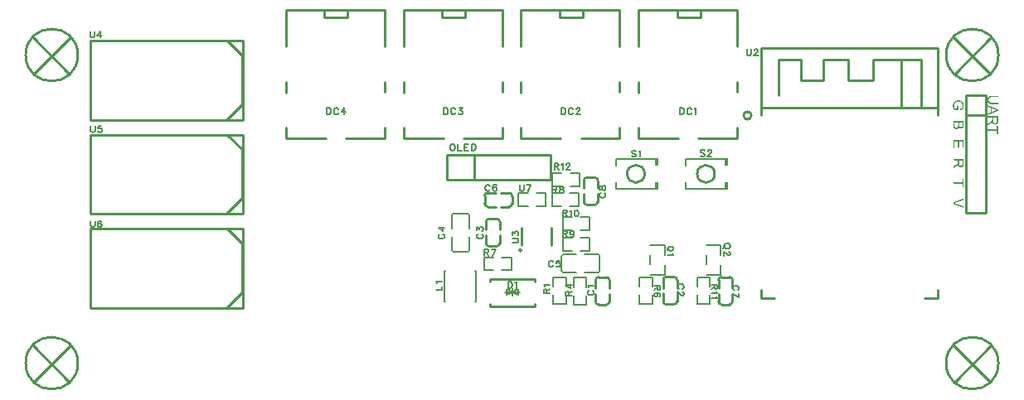
<source format=gto>
G04 Layer: TopSilkscreenLayer*
G04 EasyEDA Pro v2.2.23.6, 2024-08-03 20:46:29*
G04 Gerber Generator version 0.3*
G04 Scale: 100 percent, Rotated: No, Reflected: No*
G04 Dimensions in millimeters*
G04 Leading zeros omitted, absolute positions, 3 integers and 5 decimals*
%FSLAX35Y35*%
%MOMM*%
%ADD10C,0.1524*%
%ADD11C,0.254*%
%ADD12C,0.127*%
G75*


G04 Text Start*
G54D10*
G01X6712607Y2909228D02*
G01X6712607Y2844204D01*
G01X6712607Y2909228D02*
G01X6734197Y2909228D01*
G01X6743595Y2906180D01*
G01X6749691Y2900084D01*
G01X6752739Y2893734D01*
G01X6756041Y2884590D01*
G01X6756041Y2869096D01*
G01X6752739Y2859698D01*
G01X6749691Y2853602D01*
G01X6743595Y2847252D01*
G01X6734197Y2844204D01*
G01X6712607Y2844204D01*
G01X6832495Y2893734D02*
G01X6829447Y2900084D01*
G01X6823351Y2906180D01*
G01X6817001Y2909228D01*
G01X6804809Y2909228D01*
G01X6798459Y2906180D01*
G01X6792363Y2900084D01*
G01X6789315Y2893734D01*
G01X6786267Y2884590D01*
G01X6786267Y2869096D01*
G01X6789315Y2859698D01*
G01X6792363Y2853602D01*
G01X6798459Y2847252D01*
G01X6804809Y2844204D01*
G01X6817001Y2844204D01*
G01X6823351Y2847252D01*
G01X6829447Y2853602D01*
G01X6832495Y2859698D01*
G01X6862721Y2896782D02*
G01X6868817Y2900084D01*
G01X6877961Y2909228D01*
G01X6877961Y2844204D01*
G01X5502609Y2909228D02*
G01X5502609Y2844204D01*
G01X5502609Y2909228D02*
G01X5524199Y2909228D01*
G01X5533597Y2906180D01*
G01X5539693Y2900084D01*
G01X5542741Y2893734D01*
G01X5546043Y2884590D01*
G01X5546043Y2869096D01*
G01X5542741Y2859698D01*
G01X5539693Y2853602D01*
G01X5533597Y2847252D01*
G01X5524199Y2844204D01*
G01X5502609Y2844204D01*
G01X5622497Y2893734D02*
G01X5619449Y2900084D01*
G01X5613353Y2906180D01*
G01X5607003Y2909228D01*
G01X5594811Y2909228D01*
G01X5588461Y2906180D01*
G01X5582365Y2900084D01*
G01X5579317Y2893734D01*
G01X5576269Y2884590D01*
G01X5576269Y2869096D01*
G01X5579317Y2859698D01*
G01X5582365Y2853602D01*
G01X5588461Y2847252D01*
G01X5594811Y2844204D01*
G01X5607003Y2844204D01*
G01X5613353Y2847252D01*
G01X5619449Y2853602D01*
G01X5622497Y2859698D01*
G01X5655771Y2893734D02*
G01X5655771Y2896782D01*
G01X5658819Y2903132D01*
G01X5661867Y2906180D01*
G01X5667963Y2909228D01*
G01X5680409Y2909228D01*
G01X5686759Y2906180D01*
G01X5689807Y2903132D01*
G01X5692855Y2896782D01*
G01X5692855Y2890686D01*
G01X5689807Y2884590D01*
G01X5683457Y2875192D01*
G01X5652723Y2844204D01*
G01X5695903Y2844204D01*
G01X4302611Y2909228D02*
G01X4302611Y2844204D01*
G01X4302611Y2909228D02*
G01X4324201Y2909228D01*
G01X4333599Y2906180D01*
G01X4339695Y2900084D01*
G01X4342743Y2893734D01*
G01X4346045Y2884590D01*
G01X4346045Y2869096D01*
G01X4342743Y2859698D01*
G01X4339695Y2853602D01*
G01X4333599Y2847252D01*
G01X4324201Y2844204D01*
G01X4302611Y2844204D01*
G01X4422499Y2893734D02*
G01X4419451Y2900084D01*
G01X4413355Y2906180D01*
G01X4407005Y2909228D01*
G01X4394813Y2909228D01*
G01X4388463Y2906180D01*
G01X4382367Y2900084D01*
G01X4379319Y2893734D01*
G01X4376271Y2884590D01*
G01X4376271Y2869096D01*
G01X4379319Y2859698D01*
G01X4382367Y2853602D01*
G01X4388463Y2847252D01*
G01X4394813Y2844204D01*
G01X4407005Y2844204D01*
G01X4413355Y2847252D01*
G01X4419451Y2853602D01*
G01X4422499Y2859698D01*
G01X4458821Y2909228D02*
G01X4492857Y2909228D01*
G01X4474315Y2884590D01*
G01X4483459Y2884590D01*
G01X4489809Y2881542D01*
G01X4492857Y2878240D01*
G01X4495905Y2869096D01*
G01X4495905Y2862746D01*
G01X4492857Y2853602D01*
G01X4486761Y2847252D01*
G01X4477363Y2844204D01*
G01X4467965Y2844204D01*
G01X4458821Y2847252D01*
G01X4455773Y2850554D01*
G01X4452725Y2856650D01*
G01X6514221Y1092378D02*
G01X6449197Y1092378D01*
G01X6514221Y1092378D02*
G01X6514221Y1064438D01*
G01X6511173Y1055294D01*
G01X6508125Y1052246D01*
G01X6501775Y1048944D01*
G01X6495679Y1048944D01*
G01X6489583Y1052246D01*
G01X6486535Y1055294D01*
G01X6483233Y1064438D01*
G01X6483233Y1092378D01*
G01X6483233Y1070788D02*
G01X6449197Y1048944D01*
G01X6505077Y981634D02*
G01X6511173Y984682D01*
G01X6514221Y994080D01*
G01X6514221Y1000176D01*
G01X6511173Y1009574D01*
G01X6501775Y1015670D01*
G01X6486535Y1018718D01*
G01X6471041Y1018718D01*
G01X6458595Y1015670D01*
G01X6452245Y1009574D01*
G01X6449197Y1000176D01*
G01X6449197Y997128D01*
G01X6452245Y987984D01*
G01X6458595Y981634D01*
G01X6467739Y978586D01*
G01X6471041Y978586D01*
G01X6480185Y981634D01*
G01X6486535Y987984D01*
G01X6489583Y997128D01*
G01X6489583Y1000176D01*
G01X6486535Y1009574D01*
G01X6480185Y1015670D01*
G01X6471041Y1018718D01*
G01X6646775Y1476375D02*
G01X6644235Y1481709D01*
G01X6638901Y1487043D01*
G01X6633567Y1489837D01*
G01X6625693Y1492377D01*
G01X6612231Y1492377D01*
G01X6604357Y1489837D01*
G01X6599023Y1487043D01*
G01X6593689Y1481709D01*
G01X6591149Y1476375D01*
G01X6591149Y1465961D01*
G01X6593689Y1460627D01*
G01X6599023Y1455293D01*
G01X6604357Y1452753D01*
G01X6612231Y1449959D01*
G01X6625693Y1449959D01*
G01X6633567Y1452753D01*
G01X6638901Y1455293D01*
G01X6644235Y1460627D01*
G01X6646775Y1465961D01*
G01X6646775Y1476375D01*
G01X6601817Y1468501D02*
G01X6585815Y1452753D01*
G01X6636107Y1422019D02*
G01X6638901Y1416685D01*
G01X6646775Y1408811D01*
G01X6591149Y1408811D01*
G01X5000871Y1531371D02*
G01X5047353Y1531371D01*
G01X5056497Y1534419D01*
G01X5062847Y1540769D01*
G01X5065895Y1549913D01*
G01X5065895Y1556263D01*
G01X5062847Y1565407D01*
G01X5056497Y1571503D01*
G01X5047353Y1574805D01*
G01X5000871Y1574805D01*
G01X5000871Y1611127D02*
G01X5000871Y1645163D01*
G01X5025509Y1626621D01*
G01X5025509Y1635765D01*
G01X5028557Y1642115D01*
G01X5031859Y1645163D01*
G01X5041003Y1648211D01*
G01X5047353Y1648211D01*
G01X5056497Y1645163D01*
G01X5062847Y1639067D01*
G01X5065895Y1629669D01*
G01X5065895Y1620271D01*
G01X5062847Y1611127D01*
G01X5059545Y1608079D01*
G01X5053449Y1605031D01*
G01X5419091Y1333737D02*
G01X5416043Y1340087D01*
G01X5409693Y1346183D01*
G01X5403597Y1349231D01*
G01X5391151Y1349231D01*
G01X5385055Y1346183D01*
G01X5378705Y1340087D01*
G01X5375657Y1333737D01*
G01X5372609Y1324593D01*
G01X5372609Y1309099D01*
G01X5375657Y1299701D01*
G01X5378705Y1293605D01*
G01X5385055Y1287255D01*
G01X5391151Y1284207D01*
G01X5403597Y1284207D01*
G01X5409693Y1287255D01*
G01X5416043Y1293605D01*
G01X5419091Y1299701D01*
G01X5486401Y1349231D02*
G01X5455413Y1349231D01*
G01X5452365Y1321545D01*
G01X5455413Y1324593D01*
G01X5464557Y1327641D01*
G01X5473955Y1327641D01*
G01X5483353Y1324593D01*
G01X5489449Y1318243D01*
G01X5492497Y1309099D01*
G01X5492497Y1302749D01*
G01X5489449Y1293605D01*
G01X5483353Y1287255D01*
G01X5473955Y1284207D01*
G01X5464557Y1284207D01*
G01X5455413Y1287255D01*
G01X5452365Y1290557D01*
G01X5449317Y1296653D01*
G01X4717611Y1464231D02*
G01X4717611Y1399207D01*
G01X4717611Y1464231D02*
G01X4745551Y1464231D01*
G01X4754695Y1461183D01*
G01X4757743Y1458135D01*
G01X4761045Y1451785D01*
G01X4761045Y1445689D01*
G01X4757743Y1439593D01*
G01X4754695Y1436545D01*
G01X4745551Y1433243D01*
G01X4717611Y1433243D01*
G01X4739201Y1433243D02*
G01X4761045Y1399207D01*
G01X4834451Y1464231D02*
G01X4803463Y1399207D01*
G01X4791271Y1464231D02*
G01X4834451Y1464231D01*
G01X5517609Y1654231D02*
G01X5517609Y1589207D01*
G01X5517609Y1654231D02*
G01X5545549Y1654231D01*
G01X5554693Y1651183D01*
G01X5557741Y1648135D01*
G01X5561043Y1641785D01*
G01X5561043Y1635689D01*
G01X5557741Y1629593D01*
G01X5554693Y1626545D01*
G01X5545549Y1623243D01*
G01X5517609Y1623243D01*
G01X5539199Y1623243D02*
G01X5561043Y1589207D01*
G01X5631401Y1632641D02*
G01X5628353Y1623243D01*
G01X5622003Y1617147D01*
G01X5612859Y1614099D01*
G01X5609811Y1614099D01*
G01X5600413Y1617147D01*
G01X5594317Y1623243D01*
G01X5591269Y1632641D01*
G01X5591269Y1635689D01*
G01X5594317Y1645087D01*
G01X5600413Y1651183D01*
G01X5609811Y1654231D01*
G01X5612859Y1654231D01*
G01X5622003Y1651183D01*
G01X5628353Y1645087D01*
G01X5631401Y1632641D01*
G01X5631401Y1617147D01*
G01X5628353Y1601653D01*
G01X5622003Y1592255D01*
G01X5612859Y1589207D01*
G01X5606509Y1589207D01*
G01X5597365Y1592255D01*
G01X5594317Y1598605D01*
G01X5412609Y2104230D02*
G01X5412609Y2039206D01*
G01X5412609Y2104230D02*
G01X5440549Y2104230D01*
G01X5449693Y2101182D01*
G01X5452741Y2098134D01*
G01X5456043Y2091784D01*
G01X5456043Y2085688D01*
G01X5452741Y2079592D01*
G01X5449693Y2076544D01*
G01X5440549Y2073242D01*
G01X5412609Y2073242D01*
G01X5434199Y2073242D02*
G01X5456043Y2039206D01*
G01X5501509Y2104230D02*
G01X5492365Y2101182D01*
G01X5489317Y2095086D01*
G01X5489317Y2088736D01*
G01X5492365Y2082640D01*
G01X5498461Y2079592D01*
G01X5510907Y2076544D01*
G01X5520305Y2073242D01*
G01X5526401Y2067146D01*
G01X5529449Y2061050D01*
G01X5529449Y2051652D01*
G01X5526401Y2045556D01*
G01X5523353Y2042254D01*
G01X5513955Y2039206D01*
G01X5501509Y2039206D01*
G01X5492365Y2042254D01*
G01X5489317Y2045556D01*
G01X5486269Y2051652D01*
G01X5486269Y2061050D01*
G01X5489317Y2067146D01*
G01X5495413Y2073242D01*
G01X5504811Y2076544D01*
G01X5517003Y2079592D01*
G01X5523353Y2082640D01*
G01X5526401Y2088736D01*
G01X5526401Y2095086D01*
G01X5523353Y2101182D01*
G01X5513955Y2104230D01*
G01X5501509Y2104230D01*
G01X5517609Y1864230D02*
G01X5517609Y1799206D01*
G01X5517609Y1864230D02*
G01X5545549Y1864230D01*
G01X5554693Y1861182D01*
G01X5557741Y1858134D01*
G01X5561043Y1851784D01*
G01X5561043Y1845688D01*
G01X5557741Y1839592D01*
G01X5554693Y1836544D01*
G01X5545549Y1833242D01*
G01X5517609Y1833242D01*
G01X5539199Y1833242D02*
G01X5561043Y1799206D01*
G01X5591269Y1851784D02*
G01X5597365Y1855086D01*
G01X5606509Y1864230D01*
G01X5606509Y1799206D01*
G01X5655277Y1864230D02*
G01X5645879Y1861182D01*
G01X5639783Y1851784D01*
G01X5636735Y1836544D01*
G01X5636735Y1827146D01*
G01X5639783Y1811652D01*
G01X5645879Y1802254D01*
G01X5655277Y1799206D01*
G01X5661373Y1799206D01*
G01X5670771Y1802254D01*
G01X5676867Y1811652D01*
G01X5679915Y1827146D01*
G01X5679915Y1836544D01*
G01X5676867Y1851784D01*
G01X5670771Y1861182D01*
G01X5661373Y1864230D01*
G01X5655277Y1864230D01*
G01X4774093Y2108713D02*
G01X4771045Y2115063D01*
G01X4764695Y2121159D01*
G01X4758599Y2124207D01*
G01X4746153Y2124207D01*
G01X4740057Y2121159D01*
G01X4733707Y2115063D01*
G01X4730659Y2108713D01*
G01X4727611Y2099569D01*
G01X4727611Y2084075D01*
G01X4730659Y2074677D01*
G01X4733707Y2068581D01*
G01X4740057Y2062231D01*
G01X4746153Y2059183D01*
G01X4758599Y2059183D01*
G01X4764695Y2062231D01*
G01X4771045Y2068581D01*
G01X4774093Y2074677D01*
G01X4841403Y2115063D02*
G01X4838355Y2121159D01*
G01X4828957Y2124207D01*
G01X4822861Y2124207D01*
G01X4813463Y2121159D01*
G01X4807367Y2111761D01*
G01X4804319Y2096521D01*
G01X4804319Y2081027D01*
G01X4807367Y2068581D01*
G01X4813463Y2062231D01*
G01X4822861Y2059183D01*
G01X4825909Y2059183D01*
G01X4835053Y2062231D01*
G01X4841403Y2068581D01*
G01X4844451Y2077725D01*
G01X4844451Y2081027D01*
G01X4841403Y2090171D01*
G01X4835053Y2096521D01*
G01X4825909Y2099569D01*
G01X4822861Y2099569D01*
G01X4813463Y2096521D01*
G01X4807367Y2090171D01*
G01X4804319Y2081027D01*
G01X4222963Y1048723D02*
G01X4287987Y1048723D01*
G01X4287987Y1048723D02*
G01X4287987Y1085807D01*
G01X4235409Y1116033D02*
G01X4232107Y1122129D01*
G01X4222963Y1131273D01*
G01X4287987Y1131273D01*
G01X4656248Y1619401D02*
G01X4649898Y1616353D01*
G01X4643802Y1610003D01*
G01X4640754Y1603907D01*
G01X4640754Y1591461D01*
G01X4643802Y1585365D01*
G01X4649898Y1579015D01*
G01X4656248Y1575967D01*
G01X4665392Y1572919D01*
G01X4680886Y1572919D01*
G01X4690284Y1575967D01*
G01X4696380Y1579015D01*
G01X4702730Y1585365D01*
G01X4705778Y1591461D01*
G01X4705778Y1603907D01*
G01X4702730Y1610003D01*
G01X4696380Y1616353D01*
G01X4690284Y1619401D01*
G01X4640754Y1655723D02*
G01X4640754Y1689759D01*
G01X4665392Y1671217D01*
G01X4665392Y1680361D01*
G01X4668440Y1686711D01*
G01X4671742Y1689759D01*
G01X4680886Y1692807D01*
G01X4687236Y1692807D01*
G01X4696380Y1689759D01*
G01X4702730Y1683663D01*
G01X4705778Y1674265D01*
G01X4705778Y1664867D01*
G01X4702730Y1655723D01*
G01X4699428Y1652675D01*
G01X4693332Y1649627D01*
G01X7397605Y3509227D02*
G01X7397605Y3462745D01*
G01X7400653Y3453601D01*
G01X7407003Y3447251D01*
G01X7416147Y3444203D01*
G01X7422497Y3444203D01*
G01X7431641Y3447251D01*
G01X7437737Y3453601D01*
G01X7441039Y3462745D01*
G01X7441039Y3509227D01*
G01X7474313Y3493733D02*
G01X7474313Y3496781D01*
G01X7477361Y3503131D01*
G01X7480409Y3506179D01*
G01X7486505Y3509227D01*
G01X7498951Y3509227D01*
G01X7505301Y3506179D01*
G01X7508349Y3503131D01*
G01X7511397Y3496781D01*
G01X7511397Y3490685D01*
G01X7508349Y3484589D01*
G01X7501999Y3475191D01*
G01X7471265Y3444203D01*
G01X7514445Y3444203D01*
G01X5787051Y1044973D02*
G01X5780701Y1041925D01*
G01X5774605Y1035575D01*
G01X5771557Y1029479D01*
G01X5771557Y1017033D01*
G01X5774605Y1010937D01*
G01X5780701Y1004587D01*
G01X5787051Y1001539D01*
G01X5796195Y998491D01*
G01X5811689Y998491D01*
G01X5821087Y1001539D01*
G01X5827183Y1004587D01*
G01X5833533Y1010937D01*
G01X5836581Y1017033D01*
G01X5836581Y1029479D01*
G01X5833533Y1035575D01*
G01X5827183Y1041925D01*
G01X5821087Y1044973D01*
G01X5784003Y1075199D02*
G01X5780701Y1081295D01*
G01X5771557Y1090439D01*
G01X5836581Y1090439D01*
G01X5549955Y991818D02*
G01X5614979Y991818D01*
G01X5549955Y991818D02*
G01X5549955Y1019758D01*
G01X5553003Y1028902D01*
G01X5556051Y1031950D01*
G01X5562401Y1035252D01*
G01X5568497Y1035252D01*
G01X5574593Y1031950D01*
G01X5577641Y1028902D01*
G01X5580943Y1019758D01*
G01X5580943Y991818D01*
G01X5580943Y1013408D02*
G01X5614979Y1035252D01*
G01X5549955Y1096212D02*
G01X5593135Y1065478D01*
G01X5593135Y1111706D01*
G01X5549955Y1096212D02*
G01X5614979Y1096212D01*
G01X5323583Y1011191D02*
G01X5388607Y1011191D01*
G01X5323583Y1011191D02*
G01X5323583Y1039131D01*
G01X5326631Y1048275D01*
G01X5329679Y1051323D01*
G01X5336029Y1054625D01*
G01X5342125Y1054625D01*
G01X5348221Y1051323D01*
G01X5351269Y1048275D01*
G01X5354571Y1039131D01*
G01X5354571Y1011191D01*
G01X5354571Y1032781D02*
G01X5388607Y1054625D01*
G01X5336029Y1084851D02*
G01X5332727Y1090947D01*
G01X5323583Y1100091D01*
G01X5388607Y1100091D01*
G01X692619Y3694227D02*
G01X692619Y3647745D01*
G01X695667Y3638601D01*
G01X702017Y3632251D01*
G01X711161Y3629203D01*
G01X717511Y3629203D01*
G01X726655Y3632251D01*
G01X732751Y3638601D01*
G01X736053Y3647745D01*
G01X736053Y3694227D01*
G01X797013Y3694227D02*
G01X766279Y3651047D01*
G01X812507Y3651047D01*
G01X797013Y3694227D02*
G01X797013Y3629203D01*
G01X697619Y2724229D02*
G01X697619Y2677747D01*
G01X700667Y2668603D01*
G01X707017Y2662253D01*
G01X716161Y2659205D01*
G01X722511Y2659205D01*
G01X731655Y2662253D01*
G01X737751Y2668603D01*
G01X741053Y2677747D01*
G01X741053Y2724229D01*
G01X808363Y2724229D02*
G01X777375Y2724229D01*
G01X774327Y2696543D01*
G01X777375Y2699591D01*
G01X786519Y2702639D01*
G01X795917Y2702639D01*
G01X805315Y2699591D01*
G01X811411Y2693241D01*
G01X814459Y2684097D01*
G01X814459Y2677747D01*
G01X811411Y2668603D01*
G01X805315Y2662253D01*
G01X795917Y2659205D01*
G01X786519Y2659205D01*
G01X777375Y2662253D01*
G01X774327Y2665555D01*
G01X771279Y2671651D01*
G01X697619Y1754231D02*
G01X697619Y1707749D01*
G01X700667Y1698605D01*
G01X707017Y1692255D01*
G01X716161Y1689207D01*
G01X722511Y1689207D01*
G01X731655Y1692255D01*
G01X737751Y1698605D01*
G01X741053Y1707749D01*
G01X741053Y1754231D01*
G01X808363Y1745087D02*
G01X805315Y1751183D01*
G01X795917Y1754231D01*
G01X789821Y1754231D01*
G01X780423Y1751183D01*
G01X774327Y1741785D01*
G01X771279Y1726545D01*
G01X771279Y1711051D01*
G01X774327Y1698605D01*
G01X780423Y1692255D01*
G01X789821Y1689207D01*
G01X792869Y1689207D01*
G01X802013Y1692255D01*
G01X808363Y1698605D01*
G01X811411Y1707749D01*
G01X811411Y1711051D01*
G01X808363Y1720195D01*
G01X802013Y1726545D01*
G01X792869Y1729593D01*
G01X789821Y1729593D01*
G01X780423Y1726545D01*
G01X774327Y1720195D01*
G01X771279Y1711051D01*
G01X4386153Y2539229D02*
G01X4380057Y2536181D01*
G01X4373707Y2530085D01*
G01X4370659Y2523735D01*
G01X4367611Y2514591D01*
G01X4367611Y2499097D01*
G01X4370659Y2489699D01*
G01X4373707Y2483603D01*
G01X4380057Y2477253D01*
G01X4386153Y2474205D01*
G01X4398599Y2474205D01*
G01X4404695Y2477253D01*
G01X4411045Y2483603D01*
G01X4414093Y2489699D01*
G01X4417141Y2499097D01*
G01X4417141Y2514591D01*
G01X4414093Y2523735D01*
G01X4411045Y2530085D01*
G01X4404695Y2536181D01*
G01X4398599Y2539229D01*
G01X4386153Y2539229D01*
G01X4447367Y2539229D02*
G01X4447367Y2474205D01*
G01X4447367Y2474205D02*
G01X4484451Y2474205D01*
G01X4514677Y2539229D02*
G01X4514677Y2474205D01*
G01X4514677Y2539229D02*
G01X4554809Y2539229D01*
G01X4514677Y2508241D02*
G01X4539315Y2508241D01*
G01X4514677Y2474205D02*
G01X4554809Y2474205D01*
G01X4585035Y2539229D02*
G01X4585035Y2474205D01*
G01X4585035Y2539229D02*
G01X4606625Y2539229D01*
G01X4615769Y2536181D01*
G01X4622119Y2530085D01*
G01X4625167Y2523735D01*
G01X4628215Y2514591D01*
G01X4628215Y2499097D01*
G01X4625167Y2489699D01*
G01X4622119Y2483603D01*
G01X4615769Y2477253D01*
G01X4606625Y2474205D01*
G01X4585035Y2474205D01*
G01X7303726Y1045896D02*
G01X7310076Y1048944D01*
G01X7316172Y1055294D01*
G01X7319220Y1061390D01*
G01X7319220Y1073836D01*
G01X7316172Y1079932D01*
G01X7310076Y1086282D01*
G01X7303726Y1089330D01*
G01X7294582Y1092378D01*
G01X7279088Y1092378D01*
G01X7269690Y1089330D01*
G01X7263594Y1086282D01*
G01X7257244Y1079932D01*
G01X7254196Y1073836D01*
G01X7254196Y1061390D01*
G01X7257244Y1055294D01*
G01X7263594Y1048944D01*
G01X7269690Y1045896D01*
G01X7319220Y972490D02*
G01X7254196Y1003478D01*
G01X7319220Y1015670D02*
G01X7319220Y972490D01*
G01X7099220Y1102378D02*
G01X7034196Y1102378D01*
G01X7099220Y1102378D02*
G01X7099220Y1074438D01*
G01X7096172Y1065294D01*
G01X7093124Y1062246D01*
G01X7086774Y1058944D01*
G01X7080678Y1058944D01*
G01X7074582Y1062246D01*
G01X7071534Y1065294D01*
G01X7068232Y1074438D01*
G01X7068232Y1102378D01*
G01X7068232Y1080788D02*
G01X7034196Y1058944D01*
G01X7086774Y1028718D02*
G01X7090076Y1022622D01*
G01X7099220Y1013478D01*
G01X7034196Y1013478D01*
G01X7086774Y983252D02*
G01X7090076Y977156D01*
G01X7099220Y968012D01*
G01X7034196Y968012D01*
G01X4262347Y1620011D02*
G01X4255997Y1616963D01*
G01X4249901Y1610613D01*
G01X4246853Y1604517D01*
G01X4246853Y1592071D01*
G01X4249901Y1585975D01*
G01X4255997Y1579625D01*
G01X4262347Y1576577D01*
G01X4271491Y1573529D01*
G01X4286985Y1573529D01*
G01X4296383Y1576577D01*
G01X4302479Y1579625D01*
G01X4308829Y1585975D01*
G01X4311877Y1592071D01*
G01X4311877Y1604517D01*
G01X4308829Y1610613D01*
G01X4302479Y1616963D01*
G01X4296383Y1620011D01*
G01X4246853Y1680971D02*
G01X4290033Y1650237D01*
G01X4290033Y1696465D01*
G01X4246853Y1680971D02*
G01X4311877Y1680971D01*
G36*
G01X9951153Y2727322D02*
G01X9963426Y2727322D01*
G01X9963426Y2642323D01*
G01X9950699Y2642323D01*
G01X9950699Y2677777D01*
G01X9856153Y2677777D01*
G01X9856153Y2691868D01*
G01X9950699Y2691868D01*
G01X9950699Y2708459D01*
G01X9950926Y2726186D01*
G01X9951153Y2727322D01*
G37*
G36*
G01X9860017Y2732550D02*
G01X9858199Y2731413D01*
G01X9856835Y2730732D01*
G01X9856324Y2732720D01*
G01X9856153Y2739141D01*
G01X9856153Y2747777D01*
G01X9857290Y2748459D01*
G01X9859335Y2749823D01*
G01X9862971Y2752095D01*
G01X9865017Y2753459D01*
G01X9867290Y2754823D01*
G01X9869335Y2756186D01*
G01X9872971Y2758459D01*
G01X9875017Y2759823D01*
G01X9878653Y2762095D01*
G01X9886835Y2767550D01*
G01X9889108Y2769141D01*
G01X9890926Y2770504D01*
G01X9892062Y2771413D01*
G01X9893199Y2772095D01*
G01X9896608Y2774822D01*
G01X9898881Y2777095D01*
G01X9900244Y2778913D01*
G01X9901608Y2781186D01*
G01X9902517Y2783232D01*
G01X9903199Y2785277D01*
G01X9903653Y2787095D01*
G01X9903752Y2792323D01*
G01X9916153Y2792323D01*
G01X9916380Y2773913D01*
G01X9916835Y2770277D01*
G01X9917290Y2767777D01*
G01X9917972Y2765050D01*
G01X9918881Y2763004D01*
G01X9920017Y2760959D01*
G01X9921153Y2759368D01*
G01X9922517Y2757777D01*
G01X9924108Y2756413D01*
G01X9925471Y2755504D01*
G01X9927062Y2754823D01*
G01X9928881Y2754141D01*
G01X9928881Y2754141D01*
G01X9930926Y2753686D01*
G01X9932744Y2753459D01*
G01X9934108Y2753459D01*
G01X9937744Y2753913D01*
G01X9939790Y2754368D01*
G01X9941608Y2755050D01*
G01X9942971Y2755732D01*
G01X9944335Y2756641D01*
G01X9945471Y2757777D01*
G01X9946835Y2758913D01*
G01X9947971Y2760277D01*
G01X9948881Y2761641D01*
G01X9949562Y2763231D01*
G01X9950244Y2765050D01*
G01X9950926Y2767550D01*
G01X9951380Y2769823D01*
G01X9951608Y2790504D01*
G01X9951608Y2810504D01*
G01X9934108Y2810504D01*
G01X9916380Y2810277D01*
G01X9916153Y2792323D01*
G01X9903752Y2792323D01*
G01X9903881Y2799141D01*
G01X9903881Y2810504D01*
G01X9856153Y2810504D01*
G01X9856153Y2824595D01*
G01X9963426Y2824595D01*
G01X9963426Y2797777D01*
G01X9963199Y2770277D01*
G01X9962971Y2768459D01*
G01X9962744Y2765277D01*
G01X9962290Y2762550D01*
G01X9961835Y2760277D01*
G01X9961153Y2757322D01*
G01X9960244Y2755050D01*
G01X9959335Y2753004D01*
G01X9957971Y2750732D01*
G01X9956608Y2748913D01*
G01X9952744Y2745050D01*
G01X9950471Y2743459D01*
G01X9948653Y2742322D01*
G01X9946608Y2741413D01*
G01X9944335Y2740504D01*
G01X9942062Y2739823D01*
G01X9940017Y2739368D01*
G01X9935471Y2738913D01*
G01X9934108Y2738913D01*
G01X9932062Y2739141D01*
G01X9929562Y2739368D01*
G01X9927744Y2739823D01*
G01X9925699Y2740277D01*
G01X9923653Y2740959D01*
G01X9919562Y2743004D01*
G01X9917972Y2744141D01*
G01X9916835Y2744823D01*
G01X9915699Y2745732D01*
G01X9912972Y2748459D01*
G01X9911608Y2750277D01*
G01X9909335Y2753913D01*
G01X9908426Y2755959D01*
G01X9907517Y2758459D01*
G01X9906835Y2760277D01*
G01X9905926Y2763913D01*
G01X9905471Y2766413D01*
G01X9904790Y2768459D01*
G01X9904335Y2768345D01*
G01X9903881Y2767550D01*
G01X9902971Y2765732D01*
G01X9901835Y2763913D01*
G01X9900244Y2761641D01*
G01X9898881Y2759823D01*
G01X9896608Y2757550D01*
G01X9894335Y2755732D01*
G01X9892744Y2754141D01*
G01X9889108Y2751413D01*
G01X9886835Y2749823D01*
G01X9882744Y2747095D01*
G01X9879108Y2744823D01*
G01X9877062Y2743459D01*
G01X9873426Y2741186D01*
G01X9871381Y2739823D01*
G01X9867744Y2737550D01*
G01X9865699Y2736186D01*
G01X9862062Y2733914D01*
G01X9860017Y2732550D01*
G37*
G36*
G01X9857062Y2836641D02*
G01X9856153Y2836413D01*
G01X9856153Y2852322D01*
G01X9861835Y2854595D01*
G01X9864335Y2855504D01*
G01X9868880Y2857322D01*
G01X9871381Y2858232D01*
G01X9873653Y2859141D01*
G01X9876153Y2860050D01*
G01X9878426Y2860959D01*
G01X9883880Y2863004D01*
G01X9885471Y2863686D01*
G01X9887517Y2864368D01*
G01X9888880Y2864595D01*
G01X9888880Y2887550D01*
G01X9900244Y2887550D01*
G01X9900699Y2869823D01*
G01X9902290Y2870050D01*
G01X9904790Y2870959D01*
G01X9907062Y2871868D01*
G01X9925244Y2878686D01*
G01X9927517Y2879595D01*
G01X9932517Y2881413D01*
G01X9934790Y2882322D01*
G01X9936835Y2883004D01*
G01X9940471Y2884368D01*
G01X9946608Y2886413D01*
G01X9948881Y2887095D01*
G01X9950926Y2887777D01*
G01X9951153Y2888231D01*
G01X9950471Y2888686D01*
G01X9948199Y2889368D01*
G01X9946380Y2889823D01*
G01X9944108Y2890277D01*
G01X9941608Y2890959D01*
G01X9929335Y2895050D01*
G01X9903881Y2904595D01*
G01X9901835Y2905277D01*
G01X9900471Y2905277D01*
G01X9900244Y2887550D01*
G01X9900244Y2887550D01*
G01X9888880Y2887550D01*
G01X9888880Y2910050D01*
G01X9887517Y2910504D01*
G01X9872517Y2915959D01*
G01X9869790Y2916868D01*
G01X9867517Y2917777D01*
G01X9865472Y2918459D01*
G01X9861835Y2919822D01*
G01X9859790Y2920504D01*
G01X9857517Y2921413D01*
G01X9856153Y2921868D01*
G01X9856153Y2929141D01*
G01X9856381Y2936413D01*
G01X9859790Y2935050D01*
G01X9862290Y2934141D01*
G01X9864562Y2933232D01*
G01X9867062Y2932323D01*
G01X9871608Y2930504D01*
G01X9874108Y2929595D01*
G01X9876381Y2928686D01*
G01X9878880Y2927777D01*
G01X9883426Y2925959D01*
G01X9885926Y2925050D01*
G01X9888199Y2924141D01*
G01X9890699Y2923232D01*
G01X9895244Y2921413D01*
G01X9897744Y2920504D01*
G01X9900017Y2919595D01*
G01X9902517Y2918686D01*
G01X9907062Y2916868D01*
G01X9909562Y2915959D01*
G01X9911835Y2915050D01*
G01X9914335Y2914141D01*
G01X9918881Y2912322D01*
G01X9923881Y2910504D01*
G01X9928426Y2908686D01*
G01X9930926Y2907777D01*
G01X9933199Y2906868D01*
G01X9935699Y2905959D01*
G01X9940244Y2904141D01*
G01X9942744Y2903231D01*
G01X9945017Y2902322D01*
G01X9947517Y2901413D01*
G01X9949790Y2900504D01*
G01X9955244Y2898459D01*
G01X9956835Y2897777D01*
G01X9962290Y2895732D01*
G01X9963426Y2895504D01*
G01X9963426Y2880050D01*
G01X9962062Y2879595D01*
G01X9959790Y2878686D01*
G01X9957971Y2878004D01*
G01X9956380Y2877322D01*
G01X9954335Y2876413D01*
G01X9947517Y2873686D01*
G01X9945471Y2872777D01*
G01X9936380Y2869141D01*
G01X9934335Y2868232D01*
G01X9929790Y2866413D01*
G01X9927972Y2865732D01*
G01X9926380Y2865050D01*
G01X9924335Y2864141D01*
G01X9917517Y2861413D01*
G01X9915471Y2860504D01*
G01X9906380Y2856868D01*
G01X9904335Y2855959D01*
G01X9899790Y2854141D01*
G01X9897971Y2853459D01*
G01X9896381Y2852777D01*
G01X9894335Y2851868D01*
G01X9892062Y2850959D01*
G01X9890244Y2850277D01*
G01X9888653Y2849595D01*
G01X9886608Y2848686D01*
G01X9879789Y2845959D01*
G01X9877744Y2845050D01*
G01X9868653Y2841413D01*
G01X9866608Y2840504D01*
G01X9862062Y2838686D01*
G01X9860244Y2838004D01*
G01X9857062Y2836641D01*
G37*
G36*
G01X9963426Y2948686D02*
G01X9929108Y2948686D01*
G01X9894108Y2948913D01*
G01X9892517Y2949141D01*
G01X9889562Y2949368D01*
G01X9886381Y2949822D01*
G01X9883653Y2950277D01*
G01X9880471Y2950959D01*
G01X9877517Y2951868D01*
G01X9875471Y2952777D01*
G01X9873880Y2953459D01*
G01X9871835Y2954368D01*
G01X9869562Y2955959D01*
G01X9867744Y2957095D01*
G01X9866608Y2958004D01*
G01X9863880Y2960731D01*
G01X9862517Y2962550D01*
G01X9861381Y2964141D01*
G01X9860017Y2966186D01*
G01X9858880Y2968004D01*
G01X9857517Y2971186D01*
G01X9856835Y2973232D01*
G01X9856153Y2975504D01*
G01X9855472Y2978232D01*
G01X9855017Y2980731D01*
G01X9854562Y2985277D01*
G01X9854335Y2990732D01*
G01X9854562Y2995732D01*
G01X9854790Y2997322D01*
G01X9855017Y2999368D01*
G01X9855472Y3002095D01*
G01X9856153Y3005732D01*
G01X9857062Y3008686D01*
G01X9857971Y3011186D01*
G01X9858880Y3013459D01*
G01X9860017Y3015504D01*
G01X9861153Y3017322D01*
G01X9862062Y3018686D01*
G01X9862744Y3019823D01*
G01X9863653Y3020959D01*
G01X9866381Y3023686D01*
G01X9870017Y3026413D01*
G01X9872290Y3027777D01*
G01X9874108Y3028686D01*
G01X9875926Y3029368D01*
G01X9880017Y3030732D01*
G01X9881835Y3031186D01*
G01X9886835Y3032095D01*
G01X9890926Y3032550D01*
G01X9927517Y3032777D01*
G01X9963426Y3032777D01*
G01X9963426Y3018686D01*
G01X9928199Y3018686D01*
G01X9892290Y3018459D01*
G01X9890699Y3018231D01*
G01X9888199Y3018004D01*
G01X9883653Y3017095D01*
G01X9881381Y3016413D01*
G01X9876381Y3013913D01*
G01X9875244Y3013004D01*
G01X9872517Y3010277D01*
G01X9870926Y3008004D01*
G01X9869790Y3005732D01*
G01X9868880Y3003686D01*
G01X9868199Y3001641D01*
G01X9867744Y2999822D01*
G01X9867290Y2996641D01*
G01X9867062Y2992095D01*
G01X9867290Y2987550D01*
G01X9867744Y2983913D01*
G01X9867971Y2982322D01*
G01X9868426Y2980050D01*
G01X9869108Y2978004D01*
G01X9869562Y2976413D01*
G01X9870471Y2974368D01*
G01X9871835Y2972095D01*
G01X9873199Y2970504D01*
G01X9875471Y2968232D01*
G01X9876608Y2967322D01*
G01X9878199Y2966413D01*
G01X9880471Y2965504D01*
G01X9882290Y2964822D01*
G01X9885926Y2963913D01*
G01X9889108Y2963459D01*
G01X9893199Y2963004D01*
G01X9928653Y2962777D01*
G01X9963426Y2962777D01*
G01X9963426Y2948686D01*
G37*
G36*
G01X9502180Y2935841D02*
G01X9501953Y2931522D01*
G01X9502180Y2926750D01*
G01X9502635Y2922204D01*
G01X9503089Y2919022D01*
G01X9503999Y2914931D01*
G01X9505589Y2910159D01*
G01X9506498Y2907659D01*
G01X9507407Y2905386D01*
G01X9508317Y2903341D01*
G01X9509453Y2901295D01*
G01X9510589Y2899022D01*
G01X9511726Y2896977D01*
G01X9513089Y2894931D01*
G01X9514453Y2892659D01*
G01X9515589Y2891068D01*
G01X9516498Y2889931D01*
G01X9517635Y2888341D01*
G01X9518998Y2887204D01*
G01X9538998Y2886977D01*
G01X9558317Y2886977D01*
G01X9558317Y2931977D01*
G01X9546044Y2931977D01*
G01X9546044Y2900613D01*
G01X9525589Y2900613D01*
G01X9524908Y2901750D01*
G01X9523771Y2903341D01*
G01X9522862Y2904704D01*
G01X9521953Y2906295D01*
G01X9519226Y2911750D01*
G01X9518316Y2914022D01*
G01X9517407Y2916522D01*
G01X9516498Y2919477D01*
G01X9515817Y2922659D01*
G01X9515362Y2924931D01*
G01X9514908Y2928113D01*
G01X9514680Y2932432D01*
G01X9514908Y2936750D01*
G01X9515362Y2940386D01*
G01X9516271Y2944477D01*
G01X9516953Y2946522D01*
G01X9517862Y2949022D01*
G01X9518771Y2951068D01*
G01X9519680Y2952886D01*
G01X9520589Y2954477D01*
G01X9521726Y2956295D01*
G01X9523089Y2957886D01*
G01X9525362Y2960613D01*
G01X9527180Y2961977D01*
G01X9528771Y2963341D01*
G01X9530362Y2964477D01*
G01X9532635Y2965841D01*
G01X9534908Y2966977D01*
G01X9537180Y2967886D01*
G01X9538998Y2968568D01*
G01X9541271Y2969250D01*
G01X9543998Y2969932D01*
G01X9546271Y2970386D01*
G01X9549453Y2970841D01*
G01X9552862Y2971068D01*
G01X9554907Y2971295D01*
G01X9558544Y2971522D01*
G01X9562180Y2971295D01*
G01X9567180Y2970841D01*
G01X9570362Y2970386D01*
G01X9572635Y2969704D01*
G01X9575135Y2969023D01*
G01X9576953Y2968341D01*
G01X9578998Y2967659D01*
G01X9580817Y2966977D01*
G01X9582635Y2966068D01*
G01X9584226Y2965159D01*
G01X9585816Y2964023D01*
G01X9588089Y2962431D01*
G01X9590362Y2960613D01*
G01X9591953Y2958795D01*
G01X9593089Y2957431D01*
G01X9593998Y2956295D01*
G01X9594907Y2954704D01*
G01X9596044Y2952886D01*
G01X9596953Y2950841D01*
G01X9597862Y2949022D01*
G01X9598544Y2947204D01*
G01X9598998Y2945386D01*
G01X9599680Y2943113D01*
G01X9600135Y2940613D01*
G01X9600362Y2939022D01*
G01X9600817Y2933113D01*
G01X9601044Y2931522D01*
G01X9600817Y2929931D01*
G01X9600362Y2924931D01*
G01X9599907Y2922659D01*
G01X9599226Y2920159D01*
G01X9597862Y2916522D01*
G01X9596953Y2914704D01*
G01X9595817Y2912886D01*
G01X9594680Y2911295D01*
G01X9593317Y2909477D01*
G01X9591271Y2907659D01*
G01X9588089Y2905386D01*
G01X9585816Y2904250D01*
G01X9583771Y2903341D01*
G01X9581498Y2902432D01*
G01X9578998Y2901523D01*
G01X9578203Y2900784D01*
G01X9578089Y2899477D01*
G01X9580135Y2891977D01*
G01X9580817Y2889704D01*
G01X9581044Y2888341D01*
G01X9582408Y2888795D01*
G01X9584907Y2889477D01*
G01X9586953Y2890159D01*
G01X9589226Y2891068D01*
G01X9591271Y2891977D01*
G01X9593089Y2892886D01*
G01X9595362Y2894250D01*
G01X9597635Y2895841D01*
G01X9599226Y2897204D01*
G01X9601953Y2899931D01*
G01X9603317Y2901523D01*
G01X9604226Y2902659D01*
G01X9605135Y2904022D01*
G01X9606271Y2905841D01*
G01X9608317Y2909931D01*
G01X9609226Y2911977D01*
G01X9610135Y2914704D01*
G01X9611044Y2917659D01*
G01X9611726Y2921068D01*
G01X9612180Y2923568D01*
G01X9612635Y2927204D01*
G01X9612862Y2933113D01*
G01X9612635Y2939022D01*
G01X9612180Y2943113D01*
G01X9611726Y2945613D01*
G01X9611044Y2948341D01*
G01X9609680Y2952886D01*
G01X9608317Y2956522D01*
G01X9607408Y2958568D01*
G01X9606498Y2960386D01*
G01X9604226Y2964023D01*
G01X9601498Y2967659D01*
G01X9596953Y2972204D01*
G01X9595362Y2973568D01*
G01X9593089Y2975159D01*
G01X9591044Y2976522D01*
G01X9589453Y2977431D01*
G01X9583998Y2980159D01*
G01X9579453Y2981977D01*
G01X9576726Y2982886D01*
G01X9573544Y2983795D01*
G01X9570362Y2984477D01*
G01X9564907Y2985386D01*
G01X9561271Y2985613D01*
G01X9558544Y2985841D01*
G01X9556044Y2986068D01*
G01X9553544Y2985841D01*
G01X9547635Y2985386D01*
G01X9542180Y2984477D01*
G01X9539908Y2983795D01*
G01X9536953Y2982886D01*
G01X9534226Y2981977D01*
G01X9532180Y2981068D01*
G01X9528998Y2979704D01*
G01X9527180Y2978795D01*
G01X9525589Y2977886D01*
G01X9523998Y2976750D01*
G01X9521726Y2975159D01*
G01X9519908Y2973795D01*
G01X9515362Y2969250D01*
G01X9513089Y2966522D01*
G01X9512180Y2965386D01*
G01X9511271Y2963795D01*
G01X9510135Y2961977D01*
G01X9509226Y2960386D01*
G01X9507407Y2956750D01*
G01X9506726Y2955159D01*
G01X9506044Y2953341D01*
G01X9504680Y2949250D01*
G01X9503999Y2946750D01*
G01X9503089Y2942204D01*
G01X9502635Y2939477D01*
G01X9502407Y2937204D01*
G01X9502180Y2935841D01*
G37*
G36*
G01X9543090Y2694112D02*
G01X9539908Y2693657D01*
G01X9537408Y2693430D01*
G01X9533999Y2693657D01*
G01X9531271Y2694112D01*
G01X9529453Y2694566D01*
G01X9527408Y2695021D01*
G01X9525362Y2695703D01*
G01X9523771Y2696384D01*
G01X9522408Y2697066D01*
G01X9519226Y2698884D01*
G01X9518090Y2699566D01*
G01X9516953Y2700475D01*
G01X9514226Y2702748D01*
G01X9513317Y2703884D01*
G01X9511044Y2707066D01*
G01X9510135Y2708657D01*
G01X9509226Y2710702D01*
G01X9507862Y2714793D01*
G01X9507180Y2717066D01*
G01X9506726Y2719112D01*
G01X9506271Y2722294D01*
G01X9505817Y2727294D01*
G01X9505663Y2743430D01*
G01X9518317Y2743430D01*
G01X9518544Y2725475D01*
G01X9518999Y2723203D01*
G01X9519453Y2721157D01*
G01X9520135Y2718884D01*
G01X9521044Y2716839D01*
G01X9521953Y2715248D01*
G01X9523090Y2713657D01*
G01X9524453Y2712293D01*
G01X9525590Y2711384D01*
G01X9527180Y2710248D01*
G01X9529226Y2709339D01*
G01X9531499Y2708657D01*
G01X9531499Y2708657D01*
G01X9533544Y2708203D01*
G01X9535817Y2707975D01*
G01X9538090Y2708203D01*
G01X9539680Y2708430D01*
G01X9542181Y2708884D01*
G01X9544680Y2709793D01*
G01X9546726Y2710930D01*
G01X9548317Y2712066D01*
G01X9549453Y2712975D01*
G01X9550589Y2714112D01*
G01X9551499Y2715248D01*
G01X9552408Y2716839D01*
G01X9553317Y2718884D01*
G01X9553999Y2721157D01*
G01X9554453Y2723203D01*
G01X9554908Y2726839D01*
G01X9555135Y2743884D01*
G01X9555135Y2745021D01*
G01X9567862Y2745021D01*
G01X9568090Y2729566D01*
G01X9568544Y2726384D01*
G01X9568999Y2724112D01*
G01X9569680Y2721839D01*
G01X9570589Y2720021D01*
G01X9571499Y2718430D01*
G01X9572408Y2717066D01*
G01X9573999Y2715475D01*
G01X9576271Y2714112D01*
G01X9578317Y2713203D01*
G01X9579908Y2712748D01*
G01X9579908Y2712748D01*
G01X9582635Y2712521D01*
G01X9586271Y2712748D01*
G01X9588544Y2713203D01*
G01X9590590Y2713884D01*
G01X9592635Y2714793D01*
G01X9594453Y2715930D01*
G01X9596499Y2717748D01*
G01X9597862Y2719793D01*
G01X9598771Y2722066D01*
G01X9599453Y2724112D01*
G01X9599908Y2727294D01*
G01X9600135Y2744112D01*
G01X9600135Y2760248D01*
G01X9584226Y2760248D01*
G01X9568090Y2760021D01*
G01X9567862Y2745021D01*
G01X9555135Y2745021D01*
G01X9555135Y2760248D01*
G01X9536953Y2760248D01*
G01X9518544Y2760021D01*
G01X9518317Y2743430D01*
G01X9505663Y2743430D01*
G01X9505590Y2751157D01*
G01X9505590Y2774339D01*
G01X9612862Y2774339D01*
G01X9612862Y2751839D01*
G01X9612635Y2728657D01*
G01X9612408Y2727066D01*
G01X9612180Y2725021D01*
G01X9611726Y2722294D01*
G01X9611044Y2719112D01*
G01X9610135Y2716384D01*
G01X9609226Y2714112D01*
G01X9608089Y2711839D01*
G01X9606726Y2709793D01*
G01X9605590Y2708203D01*
G01X9602180Y2704793D01*
G01X9601044Y2703884D01*
G01X9599680Y2702975D01*
G01X9598090Y2702066D01*
G01X9596271Y2701157D01*
G01X9594226Y2700248D01*
G01X9592180Y2699566D01*
G01X9590362Y2699112D01*
G01X9586726Y2698884D01*
G01X9582180Y2699112D01*
G01X9579908Y2699566D01*
G01X9578090Y2700021D01*
G01X9576271Y2700702D01*
G01X9574453Y2701612D01*
G01X9572408Y2702748D01*
G01X9570817Y2703884D01*
G01X9568544Y2705702D01*
G01X9566953Y2707293D01*
G01X9565589Y2709112D01*
G01X9564453Y2710702D01*
G01X9563544Y2712521D01*
G01X9563260Y2713146D01*
G01X9562862Y2713203D01*
G01X9561953Y2712066D01*
G01X9561271Y2710248D01*
G01X9560589Y2708657D01*
G01X9558771Y2705475D01*
G01X9557862Y2704112D01*
G01X9556044Y2701839D01*
G01X9553771Y2699566D01*
G01X9552181Y2698202D01*
G01X9550362Y2697066D01*
G01X9547635Y2695703D01*
G01X9545362Y2694793D01*
G01X9543090Y2694112D01*
G37*
G36*
G01X9559226Y2580792D02*
G01X9505590Y2580792D01*
G01X9505590Y2500792D01*
G01X9518317Y2500792D01*
G01X9518317Y2566701D01*
G01X9554680Y2566701D01*
G01X9554680Y2507610D01*
G01X9567408Y2507610D01*
G01X9567408Y2566701D01*
G01X9600135Y2566701D01*
G01X9600135Y2503519D01*
G01X9612862Y2503519D01*
G01X9612862Y2580792D01*
G01X9559226Y2580792D01*
G37*
G36*
G01X9511953Y2297926D02*
G01X9506499Y2294517D01*
G01X9505590Y2294062D01*
G01X9505590Y2302472D01*
G01X9506044Y2311563D01*
G01X9507408Y2312699D01*
G01X9509226Y2313835D01*
G01X9511271Y2315199D01*
G01X9513544Y2316563D01*
G01X9515590Y2317926D01*
G01X9519226Y2320199D01*
G01X9521271Y2321563D01*
G01X9523544Y2322926D01*
G01X9525590Y2324290D01*
G01X9529226Y2326563D01*
G01X9535362Y2330653D01*
G01X9540135Y2334062D01*
G01X9541271Y2334744D01*
G01X9544680Y2337472D01*
G01X9549226Y2342017D01*
G01X9550135Y2343153D01*
G01X9551044Y2344744D01*
G01X9551953Y2346790D01*
G01X9552635Y2348835D01*
G01X9553090Y2350653D01*
G01X9553188Y2355881D01*
G01X9565589Y2355881D01*
G01X9565817Y2337472D01*
G01X9566499Y2332699D01*
G01X9566953Y2330426D01*
G01X9567862Y2327699D01*
G01X9568771Y2325653D01*
G01X9569680Y2324062D01*
G01X9570817Y2322699D01*
G01X9571953Y2321563D01*
G01X9573544Y2320199D01*
G01X9575362Y2319062D01*
G01X9577408Y2318153D01*
G01X9577408Y2318153D01*
G01X9579453Y2317472D01*
G01X9582635Y2317244D01*
G01X9586271Y2317472D01*
G01X9589908Y2318381D01*
G01X9591499Y2319062D01*
G01X9593090Y2319971D01*
G01X9594680Y2321108D01*
G01X9596953Y2323381D01*
G01X9598090Y2324971D01*
G01X9598999Y2326790D01*
G01X9599680Y2328608D01*
G01X9600362Y2331108D01*
G01X9600817Y2333381D01*
G01X9601044Y2354063D01*
G01X9601044Y2374063D01*
G01X9583544Y2374063D01*
G01X9565817Y2373835D01*
G01X9565589Y2355881D01*
G01X9553188Y2355881D01*
G01X9553317Y2362699D01*
G01X9553317Y2374063D01*
G01X9530590Y2374063D01*
G01X9506726Y2374290D01*
G01X9505590Y2374517D01*
G01X9505590Y2388153D01*
G01X9612862Y2388153D01*
G01X9612862Y2361335D01*
G01X9612635Y2333835D01*
G01X9612408Y2332017D01*
G01X9612180Y2329290D01*
G01X9611726Y2326108D01*
G01X9611044Y2322926D01*
G01X9610135Y2319971D01*
G01X9609226Y2317926D01*
G01X9608317Y2316108D01*
G01X9607408Y2314517D01*
G01X9606726Y2313381D01*
G01X9605817Y2312244D01*
G01X9603090Y2309517D01*
G01X9601271Y2308153D01*
G01X9600135Y2307244D01*
G01X9598544Y2306335D01*
G01X9596726Y2305426D01*
G01X9593090Y2304062D01*
G01X9590817Y2303381D01*
G01X9588544Y2302926D01*
G01X9584453Y2302699D01*
G01X9580362Y2302926D01*
G01X9578771Y2303153D01*
G01X9576499Y2303608D01*
G01X9574453Y2304290D01*
G01X9572635Y2304972D01*
G01X9570589Y2305881D01*
G01X9567408Y2307699D01*
G01X9564680Y2309972D01*
G01X9563544Y2311108D01*
G01X9562635Y2312244D01*
G01X9561271Y2313835D01*
G01X9560135Y2315426D01*
G01X9559226Y2317017D01*
G01X9558317Y2318835D01*
G01X9557635Y2320426D01*
G01X9556953Y2322244D01*
G01X9556271Y2324290D01*
G01X9554453Y2331563D01*
G01X9554169Y2331903D01*
G01X9553771Y2331563D01*
G01X9551499Y2327926D01*
G01X9550817Y2326563D01*
G01X9549908Y2325426D01*
G01X9543090Y2318608D01*
G01X9541271Y2317244D01*
G01X9538999Y2315426D01*
G01X9536726Y2313835D01*
G01X9532635Y2311108D01*
G01X9530362Y2309744D01*
G01X9528317Y2308381D01*
G01X9524680Y2306108D01*
G01X9522635Y2304744D01*
G01X9520362Y2303381D01*
G01X9516271Y2300654D01*
G01X9513999Y2299290D01*
G01X9511953Y2297926D01*
G37*
G36*
G01X9552862Y2146879D02*
G01X9505590Y2146879D01*
G01X9505590Y2132788D01*
G01X9600135Y2132788D01*
G01X9600135Y2097334D01*
G01X9612862Y2097334D01*
G01X9612862Y2182333D01*
G01X9600590Y2182333D01*
G01X9600362Y2181197D01*
G01X9600135Y2163470D01*
G01X9600135Y2146879D01*
G01X9552862Y2146879D01*
G37*
G36*
G01X9506044Y1943559D02*
G01X9505590Y1936286D01*
G01X9505590Y1929240D01*
G01X9506726Y1928786D01*
G01X9509226Y1927877D01*
G01X9520590Y1923331D01*
G01X9524226Y1921968D01*
G01X9531044Y1919241D01*
G01X9533544Y1918331D01*
G01X9540362Y1915604D01*
G01X9542862Y1914695D01*
G01X9551953Y1911059D01*
G01X9554453Y1910150D01*
G01X9561271Y1907422D01*
G01X9563771Y1906513D01*
G01X9572862Y1902877D01*
G01X9575362Y1901968D01*
G01X9582180Y1899241D01*
G01X9584680Y1898331D01*
G01X9596044Y1893786D01*
G01X9599680Y1892422D01*
G01X9606499Y1889695D01*
G01X9608999Y1888786D01*
G01X9611271Y1887877D01*
G01X9612635Y1887422D01*
G01X9612862Y1894468D01*
G01X9612862Y1901513D01*
G01X9611726Y1901740D01*
G01X9609681Y1902422D01*
G01X9607408Y1903331D01*
G01X9604681Y1904241D01*
G01X9602408Y1905150D01*
G01X9591499Y1909241D01*
G01X9589453Y1909922D01*
G01X9571271Y1916740D01*
G01X9569226Y1917422D01*
G01X9566953Y1918331D01*
G01X9561953Y1920150D01*
G01X9559680Y1921059D01*
G01X9556044Y1922422D01*
G01X9553999Y1923104D01*
G01X9535817Y1929922D01*
G01X9533771Y1930604D01*
G01X9530135Y1931968D01*
G01X9523999Y1934013D01*
G01X9522180Y1934468D01*
G01X9520135Y1935150D01*
G01X9518544Y1936059D01*
G01X9518715Y1936513D01*
G01X9519680Y1936968D01*
G01X9525590Y1938786D01*
G01X9536499Y1942422D01*
G01X9538771Y1943331D01*
G01X9542862Y1944695D01*
G01X9545135Y1945604D01*
G01X9547862Y1946513D01*
G01X9552862Y1948331D01*
G01X9555589Y1949240D01*
G01X9557862Y1950150D01*
G01X9559908Y1950832D01*
G01X9563544Y1952195D01*
G01X9565589Y1952877D01*
G01X9569226Y1954240D01*
G01X9573317Y1955604D01*
G01X9575589Y1956513D01*
G01X9578317Y1957422D01*
G01X9583317Y1959240D01*
G01X9586044Y1960149D01*
G01X9588317Y1961059D01*
G01X9592408Y1962422D01*
G01X9594680Y1963331D01*
G01X9597408Y1964240D01*
G01X9602408Y1966059D01*
G01X9605135Y1966968D01*
G01X9607408Y1967877D01*
G01X9611499Y1969240D01*
G01X9612635Y1970377D01*
G01X9612862Y1978104D01*
G01X9612862Y1985149D01*
G01X9607180Y1982877D01*
G01X9604681Y1981968D01*
G01X9597862Y1979240D01*
G01X9594226Y1977877D01*
G01X9591953Y1976968D01*
G01X9589453Y1976059D01*
G01X9584908Y1974240D01*
G01X9582408Y1973331D01*
G01X9577862Y1971513D01*
G01X9575362Y1970604D01*
G01X9570817Y1968786D01*
G01X9568317Y1967877D01*
G01X9561499Y1965149D01*
G01X9557862Y1963786D01*
G01X9555589Y1962877D01*
G01X9553090Y1961968D01*
G01X9548544Y1960149D01*
G01X9546044Y1959240D01*
G01X9541499Y1957422D01*
G01X9538999Y1956513D01*
G01X9534453Y1954695D01*
G01X9531953Y1953786D01*
G01X9525135Y1951059D01*
G01X9521499Y1949695D01*
G01X9519226Y1948786D01*
G01X9516726Y1947877D01*
G01X9512180Y1946059D01*
G01X9509680Y1945150D01*
G01X9507408Y1944240D01*
G01X9506044Y1943559D01*
G37*
G01X3107614Y2909228D02*
G01X3107614Y2844204D01*
G01X3107614Y2909228D02*
G01X3129204Y2909228D01*
G01X3138602Y2906180D01*
G01X3144698Y2900084D01*
G01X3147746Y2893734D01*
G01X3151048Y2884590D01*
G01X3151048Y2869096D01*
G01X3147746Y2859698D01*
G01X3144698Y2853602D01*
G01X3138602Y2847252D01*
G01X3129204Y2844204D01*
G01X3107614Y2844204D01*
G01X3227502Y2893734D02*
G01X3224454Y2900084D01*
G01X3218358Y2906180D01*
G01X3212008Y2909228D01*
G01X3199816Y2909228D01*
G01X3193466Y2906180D01*
G01X3187370Y2900084D01*
G01X3184322Y2893734D01*
G01X3181274Y2884590D01*
G01X3181274Y2869096D01*
G01X3184322Y2859698D01*
G01X3187370Y2853602D01*
G01X3193466Y2847252D01*
G01X3199816Y2844204D01*
G01X3212008Y2844204D01*
G01X3218358Y2847252D01*
G01X3224454Y2853602D01*
G01X3227502Y2859698D01*
G01X3288462Y2909228D02*
G01X3257728Y2866048D01*
G01X3303956Y2866048D01*
G01X3288462Y2909228D02*
G01X3288462Y2844204D01*
G01X6265241Y2465190D02*
G01X6258891Y2471286D01*
G01X6249747Y2474334D01*
G01X6237301Y2474334D01*
G01X6227903Y2471286D01*
G01X6221807Y2465190D01*
G01X6221807Y2458840D01*
G01X6224855Y2452744D01*
G01X6227903Y2449696D01*
G01X6234253Y2446648D01*
G01X6252795Y2440298D01*
G01X6258891Y2437250D01*
G01X6261939Y2434202D01*
G01X6265241Y2427852D01*
G01X6265241Y2418708D01*
G01X6258891Y2412358D01*
G01X6249747Y2409310D01*
G01X6237301Y2409310D01*
G01X6227903Y2412358D01*
G01X6221807Y2418708D01*
G01X6295467Y2461888D02*
G01X6301563Y2465190D01*
G01X6310707Y2474334D01*
G01X6310707Y2409310D01*
G01X6966040Y2470090D02*
G01X6959690Y2476186D01*
G01X6950546Y2479234D01*
G01X6938100Y2479234D01*
G01X6928702Y2476186D01*
G01X6922606Y2470090D01*
G01X6922606Y2463740D01*
G01X6925654Y2457644D01*
G01X6928702Y2454596D01*
G01X6935052Y2451548D01*
G01X6953594Y2445198D01*
G01X6959690Y2442150D01*
G01X6962738Y2439102D01*
G01X6966040Y2432752D01*
G01X6966040Y2423608D01*
G01X6959690Y2417258D01*
G01X6950546Y2414210D01*
G01X6938100Y2414210D01*
G01X6928702Y2417258D01*
G01X6922606Y2423608D01*
G01X6999314Y2463740D02*
G01X6999314Y2466788D01*
G01X7002362Y2473138D01*
G01X7005410Y2476186D01*
G01X7011506Y2479234D01*
G01X7023952Y2479234D01*
G01X7030302Y2476186D01*
G01X7033350Y2473138D01*
G01X7036398Y2466788D01*
G01X7036398Y2460692D01*
G01X7033350Y2454596D01*
G01X7027000Y2445198D01*
G01X6996266Y2414210D01*
G01X7039446Y2414210D01*
G01X5077610Y2124230D02*
G01X5077610Y2077748D01*
G01X5080658Y2068604D01*
G01X5087008Y2062254D01*
G01X5096152Y2059206D01*
G01X5102502Y2059206D01*
G01X5111646Y2062254D01*
G01X5117742Y2068604D01*
G01X5121044Y2077748D01*
G01X5121044Y2124230D01*
G01X5194450Y2124230D02*
G01X5163462Y2059206D01*
G01X5151270Y2124230D02*
G01X5194450Y2124230D01*
G01X6738727Y1060896D02*
G01X6745077Y1063944D01*
G01X6751173Y1070294D01*
G01X6754221Y1076390D01*
G01X6754221Y1088836D01*
G01X6751173Y1094932D01*
G01X6745077Y1101282D01*
G01X6738727Y1104330D01*
G01X6729583Y1107378D01*
G01X6714089Y1107378D01*
G01X6704691Y1104330D01*
G01X6698595Y1101282D01*
G01X6692245Y1094932D01*
G01X6689197Y1088836D01*
G01X6689197Y1076390D01*
G01X6692245Y1070294D01*
G01X6698595Y1063944D01*
G01X6704691Y1060896D01*
G01X6738727Y1027622D02*
G01X6741775Y1027622D01*
G01X6748125Y1024574D01*
G01X6751173Y1021526D01*
G01X6754221Y1015430D01*
G01X6754221Y1002984D01*
G01X6751173Y996634D01*
G01X6748125Y993586D01*
G01X6741775Y990538D01*
G01X6735679Y990538D01*
G01X6729583Y993586D01*
G01X6720185Y999936D01*
G01X6689197Y1030670D01*
G01X6689197Y987490D01*
G01X4957610Y1134232D02*
G01X4957610Y1069208D01*
G01X4957610Y1134232D02*
G01X4979200Y1134232D01*
G01X4988598Y1131184D01*
G01X4994694Y1125088D01*
G01X4997742Y1118738D01*
G01X5001044Y1109594D01*
G01X5001044Y1094100D01*
G01X4997742Y1084702D01*
G01X4994694Y1078606D01*
G01X4988598Y1072256D01*
G01X4979200Y1069208D01*
G01X4957610Y1069208D01*
G01X5031270Y1121786D02*
G01X5037366Y1125088D01*
G01X5046510Y1134232D01*
G01X5046510Y1069208D01*
G01X5906248Y2039098D02*
G01X5899898Y2036050D01*
G01X5893802Y2029700D01*
G01X5890754Y2023604D01*
G01X5890754Y2011158D01*
G01X5893802Y2005062D01*
G01X5899898Y1998712D01*
G01X5906248Y1995664D01*
G01X5915392Y1992616D01*
G01X5930886Y1992616D01*
G01X5940284Y1995664D01*
G01X5946380Y1998712D01*
G01X5952730Y2005062D01*
G01X5955778Y2011158D01*
G01X5955778Y2023604D01*
G01X5952730Y2029700D01*
G01X5946380Y2036050D01*
G01X5940284Y2039098D01*
G01X5890754Y2084564D02*
G01X5893802Y2075420D01*
G01X5899898Y2072372D01*
G01X5906248Y2072372D01*
G01X5912344Y2075420D01*
G01X5915392Y2081516D01*
G01X5918440Y2093962D01*
G01X5921742Y2103360D01*
G01X5927838Y2109456D01*
G01X5933934Y2112504D01*
G01X5943332Y2112504D01*
G01X5949428Y2109456D01*
G01X5952730Y2106408D01*
G01X5955778Y2097010D01*
G01X5955778Y2084564D01*
G01X5952730Y2075420D01*
G01X5949428Y2072372D01*
G01X5943332Y2069324D01*
G01X5933934Y2069324D01*
G01X5927838Y2072372D01*
G01X5921742Y2078468D01*
G01X5918440Y2087866D01*
G01X5915392Y2100058D01*
G01X5912344Y2106408D01*
G01X5906248Y2109456D01*
G01X5899898Y2109456D01*
G01X5893802Y2106408D01*
G01X5890754Y2097010D01*
G01X5890754Y2084564D01*
G01X7229220Y1503835D02*
G01X7226172Y1509931D01*
G01X7220076Y1516281D01*
G01X7213726Y1519329D01*
G01X7204582Y1522377D01*
G01X7189088Y1522377D01*
G01X7179690Y1519329D01*
G01X7173594Y1516281D01*
G01X7167244Y1509931D01*
G01X7164196Y1503835D01*
G01X7164196Y1491389D01*
G01X7167244Y1485293D01*
G01X7173594Y1478943D01*
G01X7179690Y1475895D01*
G01X7189088Y1472847D01*
G01X7204582Y1472847D01*
G01X7213726Y1475895D01*
G01X7220076Y1478943D01*
G01X7226172Y1485293D01*
G01X7229220Y1491389D01*
G01X7229220Y1503835D01*
G01X7176642Y1494437D02*
G01X7158100Y1475895D01*
G01X7213726Y1439573D02*
G01X7216774Y1439573D01*
G01X7223124Y1436525D01*
G01X7226172Y1433477D01*
G01X7229220Y1427381D01*
G01X7229220Y1414935D01*
G01X7226172Y1408585D01*
G01X7223124Y1405537D01*
G01X7216774Y1402489D01*
G01X7210678Y1402489D01*
G01X7204582Y1405537D01*
G01X7195184Y1411887D01*
G01X7164196Y1442621D01*
G01X7164196Y1399441D01*
G01X5432609Y2344230D02*
G01X5432609Y2279206D01*
G01X5432609Y2344230D02*
G01X5460549Y2344230D01*
G01X5469693Y2341182D01*
G01X5472741Y2338134D01*
G01X5476043Y2331784D01*
G01X5476043Y2325688D01*
G01X5472741Y2319592D01*
G01X5469693Y2316544D01*
G01X5460549Y2313242D01*
G01X5432609Y2313242D01*
G01X5454199Y2313242D02*
G01X5476043Y2279206D01*
G01X5506269Y2331784D02*
G01X5512365Y2335086D01*
G01X5521509Y2344230D01*
G01X5521509Y2279206D01*
G01X5554783Y2328736D02*
G01X5554783Y2331784D01*
G01X5557831Y2338134D01*
G01X5560879Y2341182D01*
G01X5566975Y2344230D01*
G01X5579421Y2344230D01*
G01X5585771Y2341182D01*
G01X5588819Y2338134D01*
G01X5591867Y2331784D01*
G01X5591867Y2325688D01*
G01X5588819Y2319592D01*
G01X5582469Y2310194D01*
G01X5551735Y2279206D01*
G01X5594915Y2279206D01*
G04 Text End*

G04 PolygonModel Start*
G54D11*
G01X7300002Y2706158D02*
G01X7300002Y2600699D01*
G01X7300002Y2600699D02*
G01X6902512Y2600699D01*
G01X7300002Y3907496D02*
G01X6299999Y3907496D01*
G01X6922591Y3907496D02*
G01X6922591Y3832599D01*
G01X6922591Y3832599D02*
G01X6685700Y3832599D01*
G01X6685700Y3832599D02*
G01X6685700Y3907496D01*
G01X6292000Y3537002D02*
G01X6292000Y3907496D01*
G01X6292000Y3067003D02*
G01X6292000Y3177991D01*
G01X6292000Y2600699D02*
G01X6292000Y2707992D01*
G01X6697488Y2600699D02*
G01X6292000Y2600699D01*
G01X7300002Y3176157D02*
G01X7300002Y3068844D01*
G01X7300002Y3907496D02*
G01X7300002Y3538838D01*
G01X6100002Y2706158D02*
G01X6100002Y2600699D01*
G01X6100002Y2600699D02*
G01X5702512Y2600699D01*
G01X6100002Y3907496D02*
G01X5099998Y3907496D01*
G01X5722591Y3907496D02*
G01X5722591Y3832599D01*
G01X5722591Y3832599D02*
G01X5485700Y3832599D01*
G01X5485700Y3832599D02*
G01X5485700Y3907496D01*
G01X5092000Y3537002D02*
G01X5092000Y3907496D01*
G01X5092000Y3067003D02*
G01X5092000Y3177991D01*
G01X5092000Y2600699D02*
G01X5092000Y2707992D01*
G01X5497488Y2600699D02*
G01X5092000Y2600699D01*
G01X6100002Y3176157D02*
G01X6100002Y3068844D01*
G01X6100002Y3907496D02*
G01X6100002Y3538838D01*
G01X4900002Y2706158D02*
G01X4900002Y2600699D01*
G01X4900002Y2600699D02*
G01X4502512Y2600699D01*
G01X4900002Y3907496D02*
G01X3899999Y3907496D01*
G01X4522591Y3907496D02*
G01X4522591Y3832599D01*
G01X4522591Y3832599D02*
G01X4285700Y3832599D01*
G01X4285700Y3832599D02*
G01X4285700Y3907496D01*
G01X3892000Y3537002D02*
G01X3892000Y3907496D01*
G01X3892000Y3067003D02*
G01X3892000Y3177991D01*
G01X3892000Y2600699D02*
G01X3892000Y2707992D01*
G01X4297488Y2600699D02*
G01X3892000Y2600699D01*
G01X4900002Y3176157D02*
G01X4900002Y3068844D01*
G01X4900002Y3907496D02*
G01X4900002Y3538838D01*
G54D10*
G01X6431048Y1082621D02*
G01X6431048Y1178509D01*
G01X6431048Y1178509D02*
G01X6298927Y1178509D01*
G01X6298927Y1178509D02*
G01X6298927Y1082621D01*
G01X6431048Y997379D02*
G01X6431048Y901491D01*
G01X6431048Y901491D02*
G01X6298927Y901491D01*
G01X6298927Y901491D02*
G01X6298927Y997379D01*
G01X6412366Y1202376D02*
G01X6557608Y1202376D01*
G01X6557608Y1202376D02*
G01X6557608Y1305538D01*
G01X6412366Y1507618D02*
G01X6557608Y1507618D01*
G01X6557608Y1507618D02*
G01X6557608Y1404456D01*
G01X6412366Y1309458D02*
G01X6412366Y1400537D01*
G54D11*
G01X5404980Y1684997D02*
G01X5404980Y1504994D01*
G01X5094978Y1684997D02*
G01X5094978Y1504994D01*
G54D10*
G01X5881108Y1410358D02*
G01X5740108Y1410358D01*
G01X5740108Y1229637D02*
G01X5881108Y1229637D01*
G01X5896348Y1244877D02*
G01X5896348Y1395118D01*
G01X5518869Y1410358D02*
G01X5659869Y1410358D01*
G01X5659869Y1229637D02*
G01X5518869Y1229637D01*
G01X5503629Y1244877D02*
G01X5503629Y1395118D01*
G01X5881108Y1229637D02*
G03X5896348Y1244877I0J15240D01*
G01X5896348Y1395118D02*
G03X5881108Y1410358I-15240J0D01*
G01X5518869Y1229637D02*
G02X5503629Y1244877I0J15240D01*
G01X5503629Y1395118D02*
G02X5518869Y1410358I15240J0D01*
G01X4812369Y1381058D02*
G01X4716482Y1381058D01*
G01X4716482Y1381058D02*
G01X4716482Y1248937D01*
G01X4716482Y1248937D02*
G01X4812369Y1248937D01*
G01X4897611Y1381058D02*
G01X4993499Y1381058D01*
G01X4993499Y1381058D02*
G01X4993499Y1248937D01*
G01X4993499Y1248937D02*
G01X4897611Y1248937D01*
G01X5697610Y1448937D02*
G01X5793497Y1448937D01*
G01X5793497Y1448937D02*
G01X5793497Y1581057D01*
G01X5793497Y1581057D02*
G01X5697610Y1581057D01*
G01X5612367Y1448937D02*
G01X5516480Y1448937D01*
G01X5516480Y1448937D02*
G01X5516480Y1581057D01*
G01X5516480Y1581057D02*
G01X5612367Y1581057D01*
G01X5502368Y2036056D02*
G01X5406480Y2036056D01*
G01X5406480Y2036056D02*
G01X5406480Y1903936D01*
G01X5406480Y1903936D02*
G01X5502368Y1903936D01*
G01X5587610Y2036056D02*
G01X5683498Y2036056D01*
G01X5683498Y2036056D02*
G01X5683498Y1903936D01*
G01X5683498Y1903936D02*
G01X5587610Y1903936D01*
G01X5612367Y1791057D02*
G01X5516480Y1791057D01*
G01X5516480Y1791057D02*
G01X5516480Y1658936D01*
G01X5516480Y1658936D02*
G01X5612367Y1658936D01*
G01X5697610Y1791057D02*
G01X5793497Y1791057D01*
G01X5793497Y1791057D02*
G01X5793497Y1658936D01*
G01X5793497Y1658936D02*
G01X5697610Y1658936D01*
G54D11*
G01X4720989Y1929996D02*
G01X4720989Y2009999D01*
G01X4831964Y1899011D02*
G01X4751967Y1899011D01*
G01X4831964Y2040976D02*
G01X4751967Y2040976D01*
G01X4889553Y1898429D02*
G01X4969553Y1898429D01*
G01X5000536Y1929412D02*
G01X5000536Y2009409D01*
G01X4889553Y2040390D02*
G01X4969553Y2040390D01*
G01X5000541Y1929412D02*
G02X4969558Y1898429I-30983J0D01*
G01X4969558Y2040395D02*
G02X5000541Y2009409I0J-30983D01*
G01X4751972Y1899011D02*
G02X4720989Y1929996I0J30983D01*
G01X4720989Y2009993D02*
G02X4751972Y2040976I30983J0D01*
G54D10*
G01X4318752Y932378D02*
G01X4312371Y932378D01*
G01X4312371Y932378D02*
G01X4312371Y1247618D01*
G01X4312371Y1247618D02*
G01X4318752Y1247618D01*
G01X4621230Y932378D02*
G01X4627611Y932378D01*
G01X4627611Y932378D02*
G01X4627611Y1247618D01*
G01X4627611Y1247618D02*
G01X4621230Y1247618D01*
G54D11*
G01X4844967Y1495995D02*
G01X4764965Y1495995D01*
G01X4875953Y1606970D02*
G01X4875953Y1526973D01*
G01X4733987Y1606970D02*
G01X4733987Y1526973D01*
G01X4876535Y1664560D02*
G01X4876535Y1744560D01*
G01X4845552Y1775543D02*
G01X4765554Y1775543D01*
G01X4734574Y1664560D02*
G01X4734574Y1744560D01*
G01X4845552Y1775548D02*
G02X4876535Y1744565I0J-30983D01*
G01X4734569Y1744565D02*
G02X4765554Y1775548I30983J0D01*
G01X4875953Y1526978D02*
G02X4844967Y1495995I-30983J0D01*
G01X4764970Y1495995D02*
G02X4733987Y1526978I0J30983D01*
G01X9175217Y2915135D02*
G01X9175217Y3403595D01*
G01X9175217Y3403595D02*
G01X8951697Y3403595D01*
G01X8972017Y2915135D02*
G01X8972017Y3403595D01*
G01X8972017Y3403595D02*
G01X8686800Y3403595D01*
G01X8686800Y3403595D02*
G01X8686800Y3187695D01*
G01X8686800Y3187695D02*
G01X8432800Y3187695D01*
G01X8432800Y3187695D02*
G01X8432800Y3403595D01*
G01X8432800Y3403595D02*
G01X8178800Y3403595D01*
G01X8178800Y3403595D02*
G01X8178800Y3187695D01*
G01X8178800Y3187695D02*
G01X7950200Y3187695D01*
G01X7950200Y3187695D02*
G01X7950200Y3403595D01*
G01X7950200Y3403595D02*
G01X7721600Y3403595D01*
G01X7721600Y3403595D02*
G01X7721600Y3035295D01*
G01X7545499Y2915135D02*
G01X9347200Y2915135D01*
G01X9347200Y2837210D02*
G01X9347200Y3517895D01*
G01X9212115Y965195D02*
G01X9347200Y965195D01*
G01X9347200Y965195D02*
G01X9347200Y1049980D01*
G01X7545499Y1049980D02*
G01X7545499Y965195D01*
G01X7545499Y965195D02*
G01X7678885Y965195D01*
G01X7545499Y3519096D02*
G01X7545499Y2837210D01*
G01X9345501Y3519096D02*
G01X7545499Y3519096D01*
G01X5885011Y1178999D02*
G01X5965013Y1178999D01*
G01X5854026Y1068024D02*
G01X5854026Y1148022D01*
G01X5995991Y1068024D02*
G01X5995991Y1148022D01*
G01X5853444Y1010435D02*
G01X5853444Y930435D01*
G01X5884427Y899452D02*
G01X5964424Y899452D01*
G01X5995405Y1010435D02*
G01X5995405Y930435D01*
G01X5884427Y899447D02*
G02X5853444Y930430I0J30983D01*
G01X5995410Y930430D02*
G02X5964424Y899447I-30983J0D01*
G01X5854026Y1148017D02*
G02X5885011Y1178999I30983J0D01*
G01X5965008Y1178999D02*
G02X5995991Y1148017I0J-30983D01*
G54D10*
G01X5628928Y992377D02*
G01X5628928Y896489D01*
G01X5628928Y896489D02*
G01X5761049Y896489D01*
G01X5761049Y896489D02*
G01X5761049Y992377D01*
G01X5628928Y1077619D02*
G01X5628928Y1173507D01*
G01X5628928Y1173507D02*
G01X5761049Y1173507D01*
G01X5761049Y1173507D02*
G01X5761049Y1077619D01*
G01X5551049Y1082619D02*
G01X5551049Y1178507D01*
G01X5551049Y1178507D02*
G01X5418929Y1178507D01*
G01X5418929Y1178507D02*
G01X5418929Y1082619D01*
G01X5551049Y997377D02*
G01X5551049Y901489D01*
G01X5551049Y901489D02*
G01X5418929Y901489D01*
G01X5418929Y901489D02*
G01X5418929Y997377D01*
G54D11*
G01X490500Y3627800D02*
G01X122200Y3259500D01*
G01X109500Y3627800D02*
G01X477800Y3259500D01*
G01X9890500Y3627800D02*
G01X9522200Y3259500D01*
G01X9509500Y3627800D02*
G01X9877800Y3259500D01*
G01X490500Y477800D02*
G01X122200Y109500D01*
G01X109500Y477800D02*
G01X477800Y109500D01*
G01X9890500Y477800D02*
G01X9522200Y109500D01*
G01X9509500Y477800D02*
G01X9877800Y109500D01*
G01X2085108Y2785044D02*
G01X2254999Y2785044D01*
G01X2254999Y2785044D02*
G01X2254999Y3594999D01*
G01X2254999Y3594999D02*
G01X2074930Y3594999D01*
G01X1994938Y2785044D02*
G01X2085108Y2785044D01*
G01X2085108Y2785044D02*
G01X2244874Y2945064D01*
G01X2244874Y2945064D02*
G01X2244874Y3444936D01*
G01X2244874Y3444936D02*
G01X2095014Y3595050D01*
G01X2095014Y3595050D02*
G01X694966Y3595050D01*
G01X694966Y3595050D02*
G01X694966Y2785044D01*
G01X694966Y2785044D02*
G01X2005098Y2785044D01*
G01X2085108Y1825044D02*
G01X2254999Y1825044D01*
G01X2254999Y1825044D02*
G01X2254999Y2634999D01*
G01X2254999Y2634999D02*
G01X2074930Y2634999D01*
G01X1994938Y1825044D02*
G01X2085108Y1825044D01*
G01X2085108Y1825044D02*
G01X2244874Y1985064D01*
G01X2244874Y1985064D02*
G01X2244874Y2484936D01*
G01X2244874Y2484936D02*
G01X2095014Y2635050D01*
G01X2095014Y2635050D02*
G01X694966Y2635050D01*
G01X694966Y2635050D02*
G01X694966Y1825044D01*
G01X694966Y1825044D02*
G01X2005098Y1825044D01*
G01X2085108Y865044D02*
G01X2254999Y865044D01*
G01X2254999Y865044D02*
G01X2254999Y1674999D01*
G01X2254999Y1674999D02*
G01X2074930Y1674999D01*
G01X1994938Y865044D02*
G01X2085108Y865044D01*
G01X2085108Y865044D02*
G01X2244874Y1025064D01*
G01X2244874Y1025064D02*
G01X2244874Y1524936D01*
G01X2244874Y1524936D02*
G01X2095014Y1675050D01*
G01X2095014Y1675050D02*
G01X694966Y1675050D01*
G01X694966Y1675050D02*
G01X694966Y865044D01*
G01X694966Y865044D02*
G01X2005098Y865044D01*
G01X5393101Y2425700D02*
G01X5393101Y2171700D01*
G01X4335099Y2425700D02*
G01X5393101Y2425700D01*
G01X4612452Y2425700D02*
G01X4612452Y2171700D01*
G01X4335099Y2171700D02*
G01X5393101Y2171700D01*
G01X4335099Y2425700D02*
G01X4335099Y2171700D01*
G01X7140009Y1179001D02*
G01X7220011Y1179001D01*
G01X7109023Y1068026D02*
G01X7109023Y1148024D01*
G01X7250989Y1068026D02*
G01X7250989Y1148024D01*
G01X7108441Y1010437D02*
G01X7108441Y930437D01*
G01X7139424Y899454D02*
G01X7219422Y899454D01*
G01X7250402Y1010437D02*
G01X7250402Y930437D01*
G01X7139424Y899449D02*
G02X7108441Y930432I0J30983D01*
G01X7250407Y930432D02*
G02X7219422Y899449I-30983J0D01*
G01X7109023Y1148019D02*
G02X7140009Y1179001I30983J0D01*
G01X7220006Y1179001D02*
G02X7250989Y1148019I0J-30983D01*
G54D10*
G01X7021046Y1082621D02*
G01X7021046Y1178509D01*
G01X7021046Y1178509D02*
G01X6888926Y1178509D01*
G01X6888926Y1178509D02*
G01X6888926Y1082621D01*
G01X7021046Y997379D02*
G01X7021046Y901491D01*
G01X7021046Y901491D02*
G01X6888926Y901491D01*
G01X6888926Y901491D02*
G01X6888926Y997379D01*
G01X4384631Y1816117D02*
G01X4384631Y1675116D01*
G01X4565352Y1675116D02*
G01X4565352Y1816117D01*
G01X4550112Y1831357D02*
G01X4399871Y1831357D01*
G01X4384631Y1453877D02*
G01X4384631Y1594877D01*
G01X4565352Y1594877D02*
G01X4565352Y1453877D01*
G01X4550112Y1438637D02*
G01X4399871Y1438637D01*
G01X4565352Y1816117D02*
G03X4550112Y1831357I-15240J0D01*
G01X4399871Y1831357D02*
G03X4384631Y1816117I0J-15240D01*
G01X4565352Y1453877D02*
G02X4550112Y1438637I-15240J0D01*
G01X4399871Y1438637D02*
G02X4384631Y1453877I0J15240D01*
G54D11*
G01X9836582Y2831896D02*
G01X9646082Y2831896D01*
G01X3700001Y2706158D02*
G01X3700001Y2600699D01*
G01X3700001Y2600699D02*
G01X3302512Y2600699D01*
G01X3700001Y3907496D02*
G01X2699998Y3907496D01*
G01X3322591Y3907496D02*
G01X3322591Y3832599D01*
G01X3322591Y3832599D02*
G01X3085700Y3832599D01*
G01X3085700Y3832599D02*
G01X3085700Y3907496D01*
G01X2692000Y3537002D02*
G01X2692000Y3907496D01*
G01X2692000Y3067003D02*
G01X2692000Y3177991D01*
G01X2692000Y2600699D02*
G01X2692000Y2707992D01*
G01X3097488Y2600699D02*
G01X2692000Y2600699D01*
G01X3700001Y3176157D02*
G01X3700001Y3068844D01*
G01X3700001Y3907496D02*
G01X3700001Y3538838D01*
G54D10*
G01X6467608Y2080881D02*
G01X6062367Y2080881D01*
G01X6062367Y2080881D02*
G01X6062367Y2146679D01*
G01X6467608Y2389120D02*
G01X6062367Y2389120D01*
G01X6062367Y2389120D02*
G01X6062367Y2323321D01*
G36*
G01X6459988Y2073261D02*
G01X6459988Y2151759D01*
G01X6490468Y2151759D01*
G01X6490468Y2073261D01*
G01X6459988Y2073261D01*
G37*
G36*
G01X6459988Y2396740D02*
G01X6459988Y2318241D01*
G01X6490468Y2318241D01*
G01X6490468Y2396740D01*
G01X6459988Y2396740D01*
G37*
G01X7182607Y2080881D02*
G01X6777365Y2080881D01*
G01X6777365Y2080881D02*
G01X6777365Y2146679D01*
G01X7182607Y2389120D02*
G01X6777365Y2389120D01*
G01X6777365Y2389120D02*
G01X6777365Y2323321D01*
G36*
G01X7174987Y2073261D02*
G01X7174987Y2151759D01*
G01X7205467Y2151759D01*
G01X7205467Y2073261D01*
G01X7174987Y2073261D01*
G37*
G36*
G01X7174987Y2396740D02*
G01X7174987Y2318241D01*
G01X7205467Y2318241D01*
G01X7205467Y2396740D01*
G01X7174987Y2396740D01*
G37*
G01X5247611Y1903936D02*
G01X5343498Y1903936D01*
G01X5343498Y1903936D02*
G01X5343498Y2036056D01*
G01X5343498Y2036056D02*
G01X5247611Y2036056D01*
G01X5162368Y1903936D02*
G01X5066481Y1903936D01*
G01X5066481Y1903936D02*
G01X5066481Y2036056D01*
G01X5066481Y2036056D02*
G01X5162368Y2036056D01*
G54D11*
G01X6654475Y900998D02*
G01X6574473Y900998D01*
G01X6685461Y1011974D02*
G01X6685461Y931976D01*
G01X6543495Y1011974D02*
G01X6543495Y931976D01*
G01X6686042Y1069563D02*
G01X6686042Y1149563D01*
G01X6655059Y1180546D02*
G01X6575062Y1180546D01*
G01X6544082Y1069563D02*
G01X6544082Y1149563D01*
G01X6655059Y1180551D02*
G02X6686042Y1149568I0J-30983D01*
G01X6544077Y1149568D02*
G02X6575062Y1180551I30983J0D01*
G01X6685461Y931981D02*
G02X6654475Y900998I-30983J0D01*
G01X6574478Y900998D02*
G02X6543495Y931981I0J30983D01*
G54D12*
G01X4947990Y994999D02*
G01X5005191Y1024898D01*
G01X5005191Y1024898D02*
G01X5005191Y986798D01*
G01X5063989Y995998D02*
G01X5005191Y1024898D01*
G01X5005191Y1024898D02*
G01X5005191Y1062998D01*
G01X4950990Y1054999D02*
G01X5005191Y1024898D01*
G01X5057990Y1055997D02*
G01X5005191Y1024898D01*
G54D11*
G01X5234990Y1159998D02*
G01X4774990Y1159998D01*
G01X5234990Y879998D02*
G01X4774990Y879998D01*
G54D12*
G01X5063989Y995998D02*
G01X5063989Y1055997D01*
G01X4947990Y994999D02*
G01X4947990Y1054999D01*
G01X5080989Y1025997D02*
G01X4931990Y1025997D01*
G54D11*
G01X5234990Y879998D02*
G01X5234990Y906884D01*
G01X5234990Y1133112D02*
G01X5234990Y1159998D01*
G01X4774990Y879998D02*
G01X4774990Y906884D01*
G01X4774990Y1133112D02*
G01X4774990Y1159998D01*
G01X5765011Y2198997D02*
G01X5845014Y2198997D01*
G01X5734026Y2088022D02*
G01X5734026Y2168020D01*
G01X5875992Y2088022D02*
G01X5875992Y2168020D01*
G01X5733444Y2030433D02*
G01X5733444Y1950433D01*
G01X5764427Y1919450D02*
G01X5844424Y1919450D01*
G01X5875405Y2030433D02*
G01X5875405Y1950433D01*
G01X5764427Y1919445D02*
G02X5733444Y1950428I0J30983D01*
G01X5875410Y1950428D02*
G02X5844424Y1919445I-30983J0D01*
G01X5734026Y2168014D02*
G02X5765011Y2198997I30983J0D01*
G01X5845009Y2198997D02*
G02X5875992Y2168014I0J-30983D01*
G54D10*
G01X6987365Y1202376D02*
G01X7132607Y1202376D01*
G01X7132607Y1202376D02*
G01X7132607Y1305538D01*
G01X6987365Y1507618D02*
G01X7132607Y1507618D01*
G01X7132607Y1507618D02*
G01X7132607Y1404456D01*
G01X6987365Y1309458D02*
G01X6987365Y1400537D01*
G01X5507368Y2241056D02*
G01X5411480Y2241056D01*
G01X5411480Y2241056D02*
G01X5411480Y2108935D01*
G01X5411480Y2108935D02*
G01X5507368Y2108935D01*
G01X5592610Y2241056D02*
G01X5688498Y2241056D01*
G01X5688498Y2241056D02*
G01X5688498Y2108935D01*
G01X5688498Y2108935D02*
G01X5592610Y2108935D01*

G04 Rect Start*
G54D11*
G01X9634982Y3034994D02*
G01X9834982Y3034994D01*
G01X9834982Y1834996D01*
G01X9634982Y1834996D01*
G01X9634982Y3034994D01*
G04 Rect End*

G04 Circle Start*
G01X5072190Y1455297D02*
G03X5097590Y1455297I12700J0D01*
G03X5072190Y1455297I-12700J0D01*
G01X7363943Y2832087D02*
G03X7444257Y2832087I40157J0D01*
G03X7363943Y2832087I-40157J0D01*
G01X33300Y3450000D02*
G03X566700Y3450000I266700J0D01*
G03X33300Y3450000I-266700J0D01*
G01X9433300Y3450000D02*
G03X9966700Y3450000I266700J0D01*
G03X9433300Y3450000I-266700J0D01*
G01X33300Y300000D02*
G03X566700Y300000I266700J0D01*
G03X33300Y300000I-266700J0D01*
G01X9433300Y300000D02*
G03X9966700Y300000I266700J0D01*
G03X9433300Y300000I-266700J0D01*
G01X6174985Y2235003D02*
G03X6354985Y2235003I90000J0D01*
G03X6174985Y2235003I-90000J0D01*
G01X6889984Y2235003D02*
G03X7069983Y2235003I90000J0D01*
G03X6889984Y2235003I-90000J0D01*
G04 Circle End*

M02*


</source>
